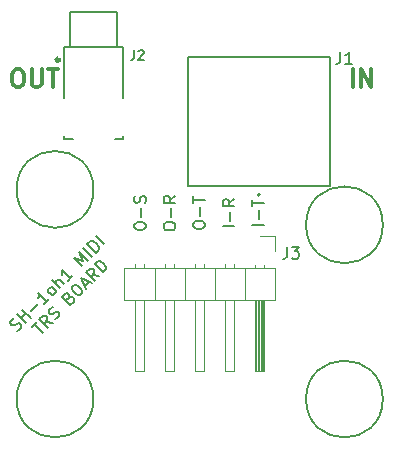
<source format=gto>
%TF.GenerationSoftware,KiCad,Pcbnew,6.0.4-6f826c9f35~116~ubuntu18.04.1*%
%TF.CreationDate,2023-11-26T11:12:56-05:00*%
%TF.ProjectId,SH101_IO,53483130-315f-4494-9f2e-6b696361645f,rev?*%
%TF.SameCoordinates,Original*%
%TF.FileFunction,Legend,Top*%
%TF.FilePolarity,Positive*%
%FSLAX46Y46*%
G04 Gerber Fmt 4.6, Leading zero omitted, Abs format (unit mm)*
G04 Created by KiCad (PCBNEW 6.0.4-6f826c9f35~116~ubuntu18.04.1) date 2023-11-26 11:12:56*
%MOMM*%
%LPD*%
G01*
G04 APERTURE LIST*
%ADD10C,0.150000*%
%ADD11C,0.300000*%
%ADD12C,0.120000*%
%ADD13C,0.127000*%
%ADD14C,0.200000*%
G04 APERTURE END LIST*
D10*
X81019250Y-30087500D02*
G75*
G03*
X81019250Y-30087500I-3250000J0D01*
G01*
X56519250Y-30087500D02*
G75*
G03*
X56519250Y-30087500I-3250000J0D01*
G01*
X81019250Y-15337500D02*
G75*
G03*
X81019250Y-15337500I-3250000J0D01*
G01*
X56519250Y-12337500D02*
G75*
G03*
X56519250Y-12337500I-3250000J0D01*
G01*
X50049182Y-24291545D02*
X50183869Y-24224202D01*
X50352227Y-24055843D01*
X50385899Y-23954828D01*
X50385899Y-23887484D01*
X50352227Y-23786469D01*
X50284884Y-23719125D01*
X50183869Y-23685454D01*
X50116525Y-23685454D01*
X50015510Y-23719125D01*
X49847151Y-23820141D01*
X49746136Y-23853812D01*
X49678792Y-23853812D01*
X49577777Y-23820141D01*
X49510434Y-23752797D01*
X49476762Y-23651782D01*
X49476762Y-23584438D01*
X49510434Y-23483423D01*
X49678792Y-23315064D01*
X49813479Y-23247721D01*
X50789960Y-23618110D02*
X50082853Y-22911003D01*
X50419571Y-23247721D02*
X50823632Y-22843660D01*
X51194021Y-23214049D02*
X50486914Y-22506942D01*
X51261365Y-22607958D02*
X51800113Y-22069210D01*
X52776593Y-21631477D02*
X52372532Y-22035538D01*
X52574563Y-21833507D02*
X51867456Y-21126401D01*
X51901128Y-21294759D01*
X51901128Y-21429446D01*
X51867456Y-21530462D01*
X53180654Y-21227416D02*
X53079639Y-21261088D01*
X53012296Y-21261088D01*
X52911280Y-21227416D01*
X52709250Y-21025385D01*
X52675578Y-20924370D01*
X52675578Y-20857027D01*
X52709250Y-20756011D01*
X52810265Y-20654996D01*
X52911280Y-20621324D01*
X52978624Y-20621324D01*
X53079639Y-20654996D01*
X53281670Y-20857027D01*
X53315341Y-20958042D01*
X53315341Y-21025385D01*
X53281670Y-21126401D01*
X53180654Y-21227416D01*
X53719403Y-20688668D02*
X53012296Y-19981561D01*
X54022448Y-20385622D02*
X53652059Y-20015233D01*
X53551044Y-19981561D01*
X53450029Y-20015233D01*
X53349013Y-20116248D01*
X53315341Y-20217263D01*
X53315341Y-20284607D01*
X54729555Y-19678515D02*
X54325494Y-20082576D01*
X54527525Y-19880546D02*
X53820418Y-19173439D01*
X53854090Y-19341798D01*
X53854090Y-19476485D01*
X53820418Y-19577500D01*
X55571349Y-18836721D02*
X54864242Y-18129615D01*
X55605021Y-18398989D01*
X55335647Y-17658210D01*
X56042753Y-18365317D01*
X56379471Y-18028599D02*
X55672364Y-17321493D01*
X56716188Y-17691882D02*
X56009082Y-16984775D01*
X56177440Y-16816416D01*
X56312127Y-16749073D01*
X56446814Y-16749073D01*
X56547830Y-16782745D01*
X56716188Y-16883760D01*
X56817204Y-16984775D01*
X56918219Y-17153134D01*
X56951891Y-17254149D01*
X56951891Y-17388836D01*
X56884547Y-17523523D01*
X56716188Y-17691882D01*
X57423295Y-16984775D02*
X56716188Y-16277668D01*
X51305475Y-23965266D02*
X51709536Y-23561205D01*
X52214612Y-24470342D02*
X51507505Y-23763235D01*
X53056406Y-23628548D02*
X52483986Y-23527533D01*
X52652345Y-24032609D02*
X51945238Y-23325503D01*
X52214612Y-23056129D01*
X52315627Y-23022457D01*
X52382971Y-23022457D01*
X52483986Y-23056129D01*
X52585001Y-23157144D01*
X52618673Y-23258159D01*
X52618673Y-23325503D01*
X52585001Y-23426518D01*
X52315627Y-23695892D01*
X53292108Y-23325503D02*
X53426795Y-23258159D01*
X53595154Y-23089800D01*
X53628826Y-22988785D01*
X53628826Y-22921442D01*
X53595154Y-22820426D01*
X53527810Y-22753083D01*
X53426795Y-22719411D01*
X53359452Y-22719411D01*
X53258436Y-22753083D01*
X53090078Y-22854098D01*
X52989062Y-22887770D01*
X52921719Y-22887770D01*
X52820704Y-22854098D01*
X52753360Y-22786755D01*
X52719688Y-22685739D01*
X52719688Y-22618396D01*
X52753360Y-22517381D01*
X52921719Y-22349022D01*
X53056406Y-22281678D01*
X54436948Y-21507228D02*
X54571635Y-21439885D01*
X54638978Y-21439885D01*
X54739993Y-21473556D01*
X54841009Y-21574572D01*
X54874680Y-21675587D01*
X54874680Y-21742930D01*
X54841009Y-21843946D01*
X54571635Y-22113320D01*
X53864528Y-21406213D01*
X54100230Y-21170511D01*
X54201245Y-21136839D01*
X54268589Y-21136839D01*
X54369604Y-21170511D01*
X54436948Y-21237854D01*
X54470619Y-21338869D01*
X54470619Y-21406213D01*
X54436948Y-21507228D01*
X54201245Y-21742930D01*
X54706322Y-20564419D02*
X54841009Y-20429732D01*
X54942024Y-20396060D01*
X55076711Y-20396060D01*
X55245070Y-20497076D01*
X55480772Y-20732778D01*
X55581787Y-20901137D01*
X55581787Y-21035824D01*
X55548115Y-21136839D01*
X55413428Y-21271526D01*
X55312413Y-21305198D01*
X55177726Y-21305198D01*
X55009367Y-21204182D01*
X54773665Y-20968480D01*
X54672650Y-20800121D01*
X54672650Y-20665434D01*
X54706322Y-20564419D01*
X55783818Y-20497076D02*
X56120535Y-20160358D01*
X55918505Y-20766450D02*
X55447100Y-19823641D01*
X56389909Y-20295045D01*
X57029672Y-19655282D02*
X56457253Y-19554267D01*
X56625611Y-20059343D02*
X55918505Y-19352236D01*
X56187879Y-19082862D01*
X56288894Y-19049190D01*
X56356237Y-19049190D01*
X56457253Y-19082862D01*
X56558268Y-19183877D01*
X56591940Y-19284893D01*
X56591940Y-19352236D01*
X56558268Y-19453251D01*
X56288894Y-19722625D01*
X57332718Y-19352236D02*
X56625611Y-18645129D01*
X56793970Y-18476770D01*
X56928657Y-18409427D01*
X57063344Y-18409427D01*
X57164359Y-18443099D01*
X57332718Y-18544114D01*
X57433734Y-18645129D01*
X57534749Y-18813488D01*
X57568421Y-18914503D01*
X57568421Y-19049190D01*
X57501077Y-19183877D01*
X57332718Y-19352236D01*
X70952380Y-15337500D02*
X69952380Y-15337500D01*
X70571428Y-14861309D02*
X70571428Y-14099404D01*
X69952380Y-13766071D02*
X69952380Y-13194642D01*
X70952380Y-13480357D02*
X69952380Y-13480357D01*
X68452380Y-15456547D02*
X67452380Y-15456547D01*
X68071428Y-14980357D02*
X68071428Y-14218452D01*
X68452380Y-13170833D02*
X67976190Y-13504166D01*
X68452380Y-13742261D02*
X67452380Y-13742261D01*
X67452380Y-13361309D01*
X67500000Y-13266071D01*
X67547619Y-13218452D01*
X67642857Y-13170833D01*
X67785714Y-13170833D01*
X67880952Y-13218452D01*
X67928571Y-13266071D01*
X67976190Y-13361309D01*
X67976190Y-13742261D01*
X59952380Y-15527976D02*
X59952380Y-15337500D01*
X60000000Y-15242261D01*
X60095238Y-15147023D01*
X60285714Y-15099404D01*
X60619047Y-15099404D01*
X60809523Y-15147023D01*
X60904761Y-15242261D01*
X60952380Y-15337500D01*
X60952380Y-15527976D01*
X60904761Y-15623214D01*
X60809523Y-15718452D01*
X60619047Y-15766071D01*
X60285714Y-15766071D01*
X60095238Y-15718452D01*
X60000000Y-15623214D01*
X59952380Y-15527976D01*
X60571428Y-14670833D02*
X60571428Y-13908928D01*
X60904761Y-13480357D02*
X60952380Y-13337500D01*
X60952380Y-13099404D01*
X60904761Y-13004166D01*
X60857142Y-12956547D01*
X60761904Y-12908928D01*
X60666666Y-12908928D01*
X60571428Y-12956547D01*
X60523809Y-13004166D01*
X60476190Y-13099404D01*
X60428571Y-13289880D01*
X60380952Y-13385119D01*
X60333333Y-13432738D01*
X60238095Y-13480357D01*
X60142857Y-13480357D01*
X60047619Y-13432738D01*
X60000000Y-13385119D01*
X59952380Y-13289880D01*
X59952380Y-13051785D01*
X60000000Y-12908928D01*
X62452380Y-15551785D02*
X62452380Y-15361309D01*
X62500000Y-15266071D01*
X62595238Y-15170833D01*
X62785714Y-15123214D01*
X63119047Y-15123214D01*
X63309523Y-15170833D01*
X63404761Y-15266071D01*
X63452380Y-15361309D01*
X63452380Y-15551785D01*
X63404761Y-15647023D01*
X63309523Y-15742261D01*
X63119047Y-15789880D01*
X62785714Y-15789880D01*
X62595238Y-15742261D01*
X62500000Y-15647023D01*
X62452380Y-15551785D01*
X63071428Y-14694642D02*
X63071428Y-13932738D01*
X63452380Y-12885119D02*
X62976190Y-13218452D01*
X63452380Y-13456547D02*
X62452380Y-13456547D01*
X62452380Y-13075595D01*
X62500000Y-12980357D01*
X62547619Y-12932738D01*
X62642857Y-12885119D01*
X62785714Y-12885119D01*
X62880952Y-12932738D01*
X62928571Y-12980357D01*
X62976190Y-13075595D01*
X62976190Y-13456547D01*
X64952380Y-15432738D02*
X64952380Y-15242261D01*
X65000000Y-15147023D01*
X65095238Y-15051785D01*
X65285714Y-15004166D01*
X65619047Y-15004166D01*
X65809523Y-15051785D01*
X65904761Y-15147023D01*
X65952380Y-15242261D01*
X65952380Y-15432738D01*
X65904761Y-15527976D01*
X65809523Y-15623214D01*
X65619047Y-15670833D01*
X65285714Y-15670833D01*
X65095238Y-15623214D01*
X65000000Y-15527976D01*
X64952380Y-15432738D01*
X65571428Y-14575595D02*
X65571428Y-13813690D01*
X64952380Y-13480357D02*
X64952380Y-12908928D01*
X65952380Y-13194642D02*
X64952380Y-13194642D01*
D11*
X78464285Y-3678571D02*
X78464285Y-2178571D01*
X79178571Y-3678571D02*
X79178571Y-2178571D01*
X80035714Y-3678571D01*
X80035714Y-2178571D01*
X50000000Y-2178571D02*
X50285714Y-2178571D01*
X50428571Y-2250000D01*
X50571428Y-2392857D01*
X50642857Y-2678571D01*
X50642857Y-3178571D01*
X50571428Y-3464285D01*
X50428571Y-3607142D01*
X50285714Y-3678571D01*
X50000000Y-3678571D01*
X49857142Y-3607142D01*
X49714285Y-3464285D01*
X49642857Y-3178571D01*
X49642857Y-2678571D01*
X49714285Y-2392857D01*
X49857142Y-2250000D01*
X50000000Y-2178571D01*
X51285714Y-2178571D02*
X51285714Y-3392857D01*
X51357142Y-3535714D01*
X51428571Y-3607142D01*
X51571428Y-3678571D01*
X51857142Y-3678571D01*
X52000000Y-3607142D01*
X52071428Y-3535714D01*
X52142857Y-3392857D01*
X52142857Y-2178571D01*
X52642857Y-2178571D02*
X53500000Y-2178571D01*
X53071428Y-3678571D02*
X53071428Y-2178571D01*
D10*
%TO.C,J3*%
X72916666Y-17202380D02*
X72916666Y-17916666D01*
X72869047Y-18059523D01*
X72773809Y-18154761D01*
X72630952Y-18202380D01*
X72535714Y-18202380D01*
X73297619Y-17202380D02*
X73916666Y-17202380D01*
X73583333Y-17583333D01*
X73726190Y-17583333D01*
X73821428Y-17630952D01*
X73869047Y-17678571D01*
X73916666Y-17773809D01*
X73916666Y-18011904D01*
X73869047Y-18107142D01*
X73821428Y-18154761D01*
X73726190Y-18202380D01*
X73440476Y-18202380D01*
X73345238Y-18154761D01*
X73297619Y-18107142D01*
%TO.C,J2*%
X59982913Y-561214D02*
X59982913Y-1133543D01*
X59944758Y-1248009D01*
X59868447Y-1324319D01*
X59753981Y-1362474D01*
X59677671Y-1362474D01*
X60326310Y-637525D02*
X60364465Y-599370D01*
X60440776Y-561214D01*
X60631552Y-561214D01*
X60707862Y-599370D01*
X60746018Y-637525D01*
X60784173Y-713835D01*
X60784173Y-790146D01*
X60746018Y-904611D01*
X60288155Y-1362474D01*
X60784173Y-1362474D01*
%TO.C,J1*%
X77416666Y-702380D02*
X77416666Y-1416666D01*
X77369047Y-1559523D01*
X77273809Y-1654761D01*
X77130952Y-1702380D01*
X77035714Y-1702380D01*
X78416666Y-1702380D02*
X77845238Y-1702380D01*
X78130952Y-1702380D02*
X78130952Y-702380D01*
X78035714Y-845238D01*
X77940476Y-940476D01*
X77845238Y-988095D01*
D12*
%TO.C,J3*%
X71864250Y-16317500D02*
X71864250Y-17587500D01*
X70594250Y-16317500D02*
X71864250Y-16317500D01*
X60054250Y-18630429D02*
X60054250Y-19027500D01*
X60814250Y-18630429D02*
X60814250Y-19027500D01*
X60054250Y-27687500D02*
X60054250Y-21687500D01*
X60814250Y-27687500D02*
X60054250Y-27687500D01*
X60814250Y-21687500D02*
X60814250Y-27687500D01*
X61704250Y-19027500D02*
X61704250Y-21687500D01*
X62594250Y-18630429D02*
X62594250Y-19027500D01*
X63354250Y-18630429D02*
X63354250Y-19027500D01*
X62594250Y-27687500D02*
X62594250Y-21687500D01*
X63354250Y-27687500D02*
X62594250Y-27687500D01*
X63354250Y-21687500D02*
X63354250Y-27687500D01*
X64244250Y-19027500D02*
X64244250Y-21687500D01*
X65134250Y-18630429D02*
X65134250Y-19027500D01*
X65894250Y-18630429D02*
X65894250Y-19027500D01*
X65134250Y-27687500D02*
X65134250Y-21687500D01*
X65894250Y-27687500D02*
X65134250Y-27687500D01*
X65894250Y-21687500D02*
X65894250Y-27687500D01*
X66784250Y-19027500D02*
X66784250Y-21687500D01*
X67674250Y-18630429D02*
X67674250Y-19027500D01*
X68434250Y-18630429D02*
X68434250Y-19027500D01*
X67674250Y-27687500D02*
X67674250Y-21687500D01*
X68434250Y-27687500D02*
X67674250Y-27687500D01*
X68434250Y-21687500D02*
X68434250Y-27687500D01*
X69324250Y-19027500D02*
X69324250Y-21687500D01*
X70214250Y-18697500D02*
X70214250Y-19027500D01*
X70974250Y-18697500D02*
X70974250Y-19027500D01*
X70314250Y-21687500D02*
X70314250Y-27687500D01*
X70434250Y-21687500D02*
X70434250Y-27687500D01*
X70554250Y-21687500D02*
X70554250Y-27687500D01*
X70674250Y-21687500D02*
X70674250Y-27687500D01*
X70794250Y-21687500D02*
X70794250Y-27687500D01*
X70914250Y-21687500D02*
X70914250Y-27687500D01*
X70214250Y-27687500D02*
X70214250Y-21687500D01*
X70974250Y-27687500D02*
X70214250Y-27687500D01*
X70974250Y-21687500D02*
X70974250Y-27687500D01*
X71924250Y-21687500D02*
X71924250Y-19027500D01*
X59104250Y-21687500D02*
X71924250Y-21687500D01*
X59104250Y-19027500D02*
X59104250Y-21687500D01*
X71924250Y-19027500D02*
X59104250Y-19027500D01*
D13*
%TO.C,J2*%
X54553950Y-287500D02*
X58553950Y-287500D01*
X59053950Y-287500D02*
X59053950Y-4587500D01*
X58353950Y-8087500D02*
X59053950Y-8087500D01*
X54053950Y-4587500D02*
X54053950Y-287500D01*
X58553950Y-287500D02*
X59053950Y-287500D01*
X54553950Y2712500D02*
X54553950Y-287500D01*
X58553950Y2712500D02*
X54553950Y2712500D01*
X54053950Y-8087500D02*
X54053950Y-7787500D01*
X59053950Y-8087500D02*
X59053950Y-7787500D01*
X58553950Y-287500D02*
X58553950Y2712500D01*
X54753950Y-8087500D02*
X54053950Y-8087500D01*
X54053950Y-287500D02*
X54553950Y-287500D01*
D11*
X53659550Y-1363900D02*
G75*
G03*
X53659550Y-1363900I-150000J0D01*
G01*
D13*
%TO.C,J1*%
X64519250Y-12087500D02*
X64519250Y-1087500D01*
X76519250Y-12087500D02*
X64519250Y-12087500D01*
X76519250Y-1087500D02*
X64519250Y-1087500D01*
X76519250Y-12087500D02*
X76519250Y-1087500D01*
D14*
X70619250Y-12787500D02*
G75*
G03*
X70619250Y-12787500I-100000J0D01*
G01*
%TD*%
M02*

</source>
